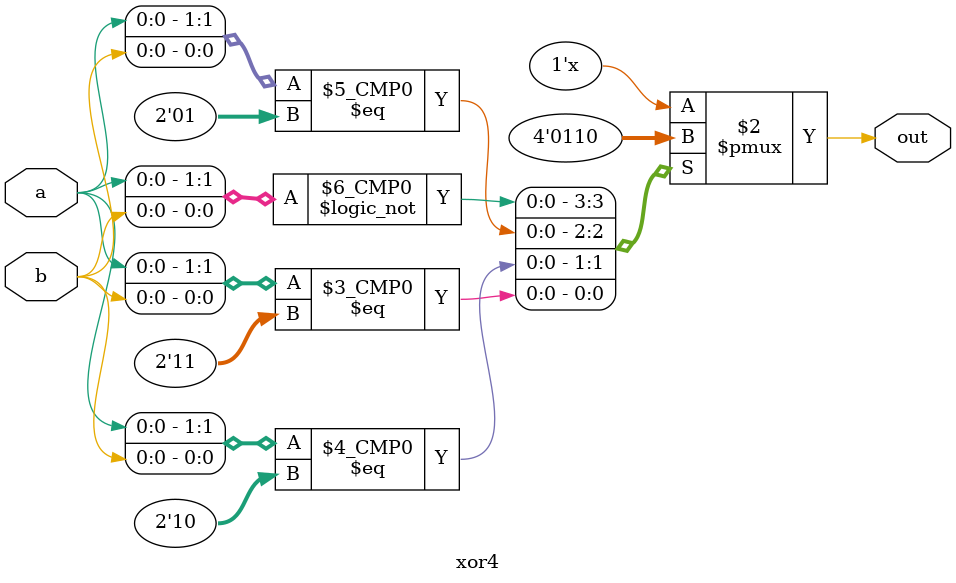
<source format=v>
module xor4 (
  input a,
  input b,
  output reg out
);

always @(*) begin
    case ({a, b})
        2'b00: out = 1'b0;
        2'b01: out = 1'b1;
        2'b10: out = 1'b1;
        2'b11: out = 1'b0; // Bits different
    endcase
end
endmodule


</source>
